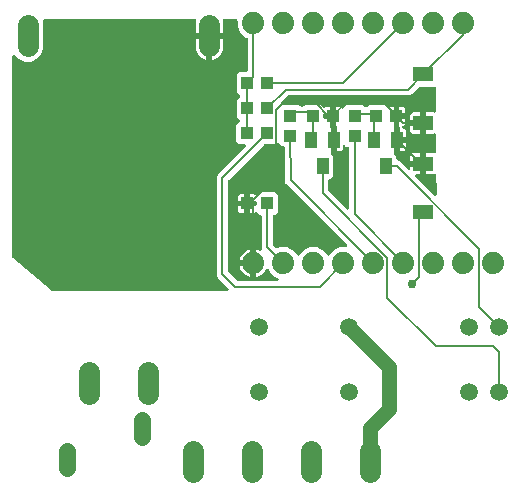
<source format=gbr>
G04 EAGLE Gerber RS-274X export*
G75*
%MOMM*%
%FSLAX34Y34*%
%LPD*%
%INBottom Copper*%
%IPPOS*%
%AMOC8*
5,1,8,0,0,1.08239X$1,22.5*%
G01*
%ADD10C,1.508000*%
%ADD11R,1.000000X1.400000*%
%ADD12R,1.100000X1.000000*%
%ADD13R,1.000000X1.100000*%
%ADD14C,1.879600*%
%ADD15R,1.700000X1.282600*%
%ADD16C,1.790700*%
%ADD17C,1.800000*%
%ADD18C,1.422400*%
%ADD19C,0.152400*%
%ADD20C,0.756400*%
%ADD21C,0.254000*%
%ADD22C,0.152400*%
%ADD23C,1.270000*%

G36*
X199425Y223079D02*
X199425Y223079D01*
X199564Y223092D01*
X199583Y223099D01*
X199603Y223101D01*
X199732Y223152D01*
X199863Y223199D01*
X199880Y223211D01*
X199899Y223218D01*
X200011Y223300D01*
X200126Y223378D01*
X200140Y223393D01*
X200156Y223405D01*
X200244Y223512D01*
X200337Y223616D01*
X200346Y223634D01*
X200359Y223650D01*
X200418Y223776D01*
X200481Y223900D01*
X200486Y223920D01*
X200494Y223938D01*
X200520Y224074D01*
X200551Y224210D01*
X200550Y224230D01*
X200554Y224250D01*
X200545Y224389D01*
X200541Y224528D01*
X200535Y224547D01*
X200534Y224568D01*
X200491Y224700D01*
X200453Y224833D01*
X200442Y224851D01*
X200436Y224870D01*
X200362Y224988D01*
X200291Y225107D01*
X200273Y225128D01*
X200266Y225139D01*
X200251Y225153D01*
X200185Y225228D01*
X191196Y234216D01*
X190462Y235990D01*
X190462Y319592D01*
X191196Y321366D01*
X192733Y322902D01*
X214630Y344799D01*
X214715Y344909D01*
X214804Y345016D01*
X214812Y345034D01*
X214825Y345050D01*
X214880Y345178D01*
X214939Y345304D01*
X214943Y345324D01*
X214951Y345342D01*
X214973Y345480D01*
X214999Y345616D01*
X214998Y345636D01*
X215001Y345656D01*
X214988Y345795D01*
X214979Y345933D01*
X214973Y345953D01*
X214971Y345973D01*
X214924Y346104D01*
X214881Y346236D01*
X214871Y346253D01*
X214864Y346272D01*
X214786Y346387D01*
X214711Y346505D01*
X214696Y346519D01*
X214685Y346535D01*
X214581Y346627D01*
X214480Y346723D01*
X214462Y346732D01*
X214447Y346746D01*
X214323Y346809D01*
X214201Y346876D01*
X214181Y346881D01*
X214163Y346890D01*
X214028Y346921D01*
X213893Y346956D01*
X213865Y346957D01*
X213853Y346960D01*
X213833Y346959D01*
X213732Y346966D01*
X209504Y346966D01*
X207123Y349347D01*
X207123Y363714D01*
X209636Y366228D01*
X209709Y366322D01*
X209788Y366411D01*
X209806Y366447D01*
X209831Y366479D01*
X209878Y366588D01*
X209933Y366694D01*
X209941Y366734D01*
X209957Y366771D01*
X209976Y366889D01*
X210002Y367005D01*
X210001Y367045D01*
X210007Y367085D01*
X209996Y367204D01*
X209993Y367322D01*
X209981Y367361D01*
X209977Y367402D01*
X209937Y367514D01*
X209904Y367628D01*
X209884Y367663D01*
X209870Y367701D01*
X209803Y367800D01*
X209743Y367902D01*
X209703Y367947D01*
X209691Y367964D01*
X209676Y367977D01*
X209636Y368023D01*
X207227Y370432D01*
X207227Y384800D01*
X209717Y387290D01*
X209790Y387384D01*
X209868Y387473D01*
X209887Y387509D01*
X209912Y387541D01*
X209959Y387651D01*
X210013Y387756D01*
X210022Y387796D01*
X210038Y387833D01*
X210057Y387951D01*
X210083Y388067D01*
X210081Y388107D01*
X210088Y388147D01*
X210077Y388266D01*
X210073Y388385D01*
X210062Y388423D01*
X210058Y388464D01*
X210018Y388576D01*
X209985Y388690D01*
X209964Y388725D01*
X209950Y388763D01*
X209883Y388862D01*
X209823Y388964D01*
X209783Y389009D01*
X209772Y389026D01*
X209757Y389040D01*
X209717Y389085D01*
X207229Y391573D01*
X207229Y405940D01*
X209610Y408321D01*
X215361Y408321D01*
X215479Y408336D01*
X215598Y408343D01*
X215636Y408356D01*
X215677Y408361D01*
X215787Y408405D01*
X215901Y408441D01*
X215935Y408463D01*
X215972Y408478D01*
X216069Y408548D01*
X216169Y408612D01*
X216197Y408641D01*
X216230Y408665D01*
X216306Y408756D01*
X216387Y408843D01*
X216407Y408879D01*
X216432Y408910D01*
X216483Y409017D01*
X216541Y409122D01*
X216551Y409161D01*
X216568Y409197D01*
X216590Y409314D01*
X216620Y409430D01*
X216624Y409490D01*
X216628Y409510D01*
X216627Y409530D01*
X216630Y409590D01*
X216630Y436290D01*
X216627Y436320D01*
X216629Y436349D01*
X216607Y436477D01*
X216591Y436606D01*
X216580Y436633D01*
X216575Y436662D01*
X216521Y436781D01*
X216473Y436902D01*
X216456Y436926D01*
X216444Y436952D01*
X216363Y437054D01*
X216334Y437094D01*
X216328Y437104D01*
X216325Y437106D01*
X216287Y437159D01*
X216264Y437178D01*
X216245Y437201D01*
X216142Y437279D01*
X216138Y437282D01*
X216096Y437321D01*
X216079Y437331D01*
X216042Y437362D01*
X216015Y437374D01*
X215991Y437392D01*
X215847Y437463D01*
X213831Y438298D01*
X210044Y442085D01*
X207994Y447033D01*
X207994Y451624D01*
X207979Y451743D01*
X207972Y451862D01*
X207960Y451900D01*
X207955Y451940D01*
X207911Y452051D01*
X207874Y452165D01*
X207852Y452198D01*
X207837Y452235D01*
X207767Y452332D01*
X207703Y452433D01*
X207674Y452460D01*
X207651Y452493D01*
X207558Y452569D01*
X207471Y452651D01*
X207436Y452670D01*
X207406Y452696D01*
X207298Y452746D01*
X207193Y452804D01*
X207154Y452814D01*
X207118Y452831D01*
X207001Y452854D01*
X206885Y452883D01*
X206825Y452887D01*
X206806Y452891D01*
X206785Y452890D01*
X206724Y452893D01*
X196571Y452884D01*
X196410Y452864D01*
X196257Y452845D01*
X196257Y452844D01*
X196256Y452844D01*
X196099Y452782D01*
X195962Y452728D01*
X195961Y452727D01*
X195960Y452727D01*
X195826Y452630D01*
X195704Y452541D01*
X195704Y452540D01*
X195703Y452540D01*
X195601Y452417D01*
X195501Y452296D01*
X195501Y452295D01*
X195500Y452295D01*
X195433Y452151D01*
X195366Y452009D01*
X195365Y452008D01*
X195365Y452007D01*
X195334Y451845D01*
X195306Y451696D01*
X195306Y451695D01*
X195305Y451694D01*
X195316Y451535D01*
X195325Y451379D01*
X195326Y451378D01*
X195326Y451377D01*
X195326Y451375D01*
X195365Y451223D01*
X195541Y450682D01*
X195825Y448888D01*
X195825Y441519D01*
X185554Y441519D01*
X185436Y441504D01*
X185318Y441496D01*
X185279Y441484D01*
X185239Y441479D01*
X185128Y441435D01*
X185015Y441398D01*
X184981Y441377D01*
X184943Y441362D01*
X184847Y441292D01*
X184746Y441228D01*
X184719Y441199D01*
X184686Y441175D01*
X184610Y441083D01*
X184528Y440997D01*
X184509Y440961D01*
X184483Y440930D01*
X184432Y440822D01*
X184375Y440718D01*
X184365Y440679D01*
X184348Y440642D01*
X184325Y440526D01*
X184295Y440410D01*
X184292Y440350D01*
X184288Y440330D01*
X184289Y440310D01*
X184285Y440249D01*
X184285Y438979D01*
X184283Y438979D01*
X184283Y440249D01*
X184268Y440368D01*
X184261Y440486D01*
X184249Y440525D01*
X184244Y440565D01*
X184200Y440676D01*
X184163Y440789D01*
X184141Y440823D01*
X184127Y440861D01*
X184057Y440957D01*
X183993Y441058D01*
X183963Y441085D01*
X183940Y441118D01*
X183848Y441194D01*
X183761Y441276D01*
X183726Y441295D01*
X183695Y441321D01*
X183587Y441372D01*
X183483Y441429D01*
X183444Y441439D01*
X183407Y441456D01*
X183290Y441479D01*
X183175Y441509D01*
X183115Y441512D01*
X183095Y441516D01*
X183074Y441515D01*
X183014Y441519D01*
X172744Y441519D01*
X172744Y448888D01*
X173028Y450682D01*
X173196Y451201D01*
X173222Y451335D01*
X173256Y451513D01*
X173256Y451514D01*
X173249Y451624D01*
X173236Y451830D01*
X173236Y451831D01*
X173181Y452001D01*
X173138Y452133D01*
X173035Y452295D01*
X172967Y452402D01*
X172826Y452534D01*
X172736Y452619D01*
X172735Y452620D01*
X172597Y452696D01*
X172457Y452773D01*
X172293Y452815D01*
X172149Y452852D01*
X171988Y452862D01*
X44349Y452747D01*
X44300Y452741D01*
X44251Y452743D01*
X44143Y452721D01*
X44034Y452707D01*
X43988Y452689D01*
X43940Y452679D01*
X43841Y452631D01*
X43738Y452590D01*
X43698Y452561D01*
X43654Y452539D01*
X43570Y452468D01*
X43481Y452403D01*
X43449Y452365D01*
X43412Y452333D01*
X43349Y452243D01*
X43278Y452158D01*
X43257Y452113D01*
X43229Y452073D01*
X43190Y451970D01*
X43143Y451870D01*
X43134Y451822D01*
X43116Y451776D01*
X43104Y451666D01*
X43083Y451557D01*
X43086Y451508D01*
X43081Y451460D01*
X43096Y451350D01*
X43103Y451240D01*
X43119Y451193D01*
X43125Y451145D01*
X43178Y450992D01*
X43349Y450578D01*
X43349Y427381D01*
X41360Y422579D01*
X37685Y418904D01*
X32883Y416915D01*
X27686Y416915D01*
X22884Y418904D01*
X19566Y422222D01*
X19456Y422307D01*
X19349Y422396D01*
X19331Y422404D01*
X19315Y422417D01*
X19187Y422472D01*
X19061Y422531D01*
X19041Y422535D01*
X19023Y422543D01*
X18885Y422565D01*
X18749Y422591D01*
X18729Y422590D01*
X18709Y422593D01*
X18570Y422580D01*
X18432Y422571D01*
X18412Y422565D01*
X18392Y422563D01*
X18261Y422516D01*
X18129Y422473D01*
X18112Y422462D01*
X18093Y422455D01*
X17978Y422377D01*
X17860Y422303D01*
X17846Y422288D01*
X17830Y422277D01*
X17738Y422172D01*
X17642Y422071D01*
X17633Y422054D01*
X17619Y422038D01*
X17556Y421914D01*
X17489Y421793D01*
X17484Y421773D01*
X17475Y421755D01*
X17444Y421619D01*
X17409Y421485D01*
X17408Y421457D01*
X17405Y421445D01*
X17406Y421424D01*
X17399Y421324D01*
X17399Y251586D01*
X17418Y251439D01*
X17434Y251292D01*
X17438Y251281D01*
X17439Y251270D01*
X17493Y251133D01*
X17546Y250994D01*
X17552Y250985D01*
X17556Y250975D01*
X17643Y250855D01*
X17728Y250734D01*
X17739Y250723D01*
X17743Y250717D01*
X17755Y250708D01*
X17843Y250621D01*
X49707Y223366D01*
X49748Y223339D01*
X49785Y223305D01*
X49881Y223252D01*
X49972Y223191D01*
X50019Y223175D01*
X50063Y223151D01*
X50169Y223124D01*
X50273Y223088D01*
X50323Y223084D01*
X50371Y223072D01*
X50532Y223061D01*
X199287Y223061D01*
X199425Y223079D01*
G37*
G36*
X241669Y231321D02*
X241669Y231321D01*
X241739Y231320D01*
X241826Y231341D01*
X241915Y231352D01*
X241980Y231378D01*
X242048Y231394D01*
X242127Y231436D01*
X242211Y231469D01*
X242267Y231510D01*
X242329Y231543D01*
X242396Y231604D01*
X242468Y231656D01*
X242513Y231710D01*
X242564Y231757D01*
X242614Y231832D01*
X242671Y231901D01*
X242701Y231964D01*
X242739Y232023D01*
X242768Y232108D01*
X242807Y232189D01*
X242820Y232257D01*
X242842Y232324D01*
X242849Y232413D01*
X242866Y232501D01*
X242862Y232571D01*
X242868Y232641D01*
X242852Y232729D01*
X242847Y232819D01*
X242825Y232885D01*
X242813Y232954D01*
X242776Y233036D01*
X242749Y233121D01*
X242711Y233180D01*
X242683Y233244D01*
X242626Y233314D01*
X242578Y233390D01*
X242528Y233438D01*
X242484Y233492D01*
X242412Y233546D01*
X242347Y233608D01*
X242286Y233642D01*
X242230Y233684D01*
X242085Y233754D01*
X239231Y234937D01*
X235444Y238724D01*
X234492Y241023D01*
X234447Y241101D01*
X234412Y241183D01*
X234369Y241238D01*
X234334Y241299D01*
X234272Y241363D01*
X234217Y241434D01*
X234162Y241477D01*
X234113Y241528D01*
X234036Y241574D01*
X233966Y241629D01*
X233901Y241657D01*
X233842Y241694D01*
X233756Y241720D01*
X233674Y241756D01*
X233605Y241767D01*
X233538Y241787D01*
X233448Y241792D01*
X233360Y241806D01*
X233290Y241799D01*
X233220Y241803D01*
X233132Y241784D01*
X233043Y241776D01*
X232977Y241752D01*
X232909Y241738D01*
X232828Y241699D01*
X232744Y241669D01*
X232686Y241629D01*
X232623Y241599D01*
X232555Y241540D01*
X232481Y241490D01*
X232434Y241438D01*
X232381Y241392D01*
X232329Y241319D01*
X232270Y241252D01*
X232206Y241144D01*
X232198Y241132D01*
X232195Y241126D01*
X232188Y241113D01*
X231668Y240093D01*
X230563Y238572D01*
X229235Y237244D01*
X227714Y236139D01*
X226040Y235286D01*
X224253Y234705D01*
X223996Y234665D01*
X223996Y245080D01*
X223981Y245198D01*
X223974Y245317D01*
X223962Y245355D01*
X223956Y245395D01*
X223913Y245506D01*
X223876Y245619D01*
X223854Y245653D01*
X223839Y245691D01*
X223770Y245787D01*
X223706Y245888D01*
X223676Y245916D01*
X223653Y245948D01*
X223561Y246024D01*
X223474Y246106D01*
X223439Y246125D01*
X223408Y246151D01*
X223300Y246202D01*
X223196Y246259D01*
X223156Y246269D01*
X223120Y246287D01*
X223003Y246309D01*
X222888Y246339D01*
X222828Y246343D01*
X222808Y246346D01*
X222787Y246345D01*
X222727Y246349D01*
X221456Y246349D01*
X221456Y246351D01*
X222727Y246351D01*
X222845Y246366D01*
X222964Y246373D01*
X223002Y246386D01*
X223043Y246391D01*
X223153Y246434D01*
X223266Y246471D01*
X223301Y246493D01*
X223338Y246508D01*
X223435Y246578D01*
X223535Y246641D01*
X223563Y246671D01*
X223596Y246695D01*
X223672Y246786D01*
X223753Y246873D01*
X223773Y246908D01*
X223798Y246939D01*
X223849Y247047D01*
X223907Y247151D01*
X223917Y247191D01*
X223934Y247227D01*
X223956Y247344D01*
X223986Y247459D01*
X223990Y247520D01*
X223994Y247540D01*
X223992Y247560D01*
X223996Y247620D01*
X223996Y258035D01*
X224253Y257995D01*
X226040Y257414D01*
X226780Y257037D01*
X226808Y257027D01*
X226834Y257011D01*
X226957Y256973D01*
X227079Y256929D01*
X227109Y256926D01*
X227137Y256918D01*
X227267Y256911D01*
X227396Y256899D01*
X227425Y256904D01*
X227455Y256902D01*
X227582Y256929D01*
X227710Y256949D01*
X227737Y256961D01*
X227767Y256967D01*
X227883Y257024D01*
X228002Y257075D01*
X228025Y257093D01*
X228052Y257106D01*
X228151Y257191D01*
X228253Y257270D01*
X228272Y257293D01*
X228294Y257313D01*
X228369Y257419D01*
X228448Y257521D01*
X228460Y257549D01*
X228477Y257573D01*
X228523Y257694D01*
X228575Y257813D01*
X228580Y257842D01*
X228590Y257870D01*
X228604Y257999D01*
X228625Y258127D01*
X228622Y258157D01*
X228625Y258186D01*
X228607Y258315D01*
X228595Y258444D01*
X228585Y258472D01*
X228581Y258501D01*
X228529Y258654D01*
X228361Y259060D01*
X228361Y286142D01*
X228346Y286261D01*
X228338Y286379D01*
X228326Y286418D01*
X228321Y286458D01*
X228277Y286569D01*
X228240Y286682D01*
X228219Y286716D01*
X228204Y286754D01*
X228134Y286850D01*
X228070Y286950D01*
X228041Y286978D01*
X228017Y287011D01*
X227925Y287087D01*
X227839Y287168D01*
X227803Y287188D01*
X227772Y287214D01*
X227664Y287264D01*
X227560Y287322D01*
X227521Y287332D01*
X227484Y287349D01*
X227367Y287372D01*
X227252Y287401D01*
X227192Y287405D01*
X227172Y287409D01*
X227152Y287408D01*
X227091Y287412D01*
X226504Y287412D01*
X224507Y289408D01*
X224413Y289481D01*
X224324Y289560D01*
X224288Y289578D01*
X224256Y289603D01*
X224147Y289650D01*
X224040Y289705D01*
X224001Y289713D01*
X223964Y289729D01*
X223846Y289748D01*
X223730Y289774D01*
X223690Y289773D01*
X223650Y289779D01*
X223531Y289768D01*
X223412Y289764D01*
X223374Y289753D01*
X223333Y289749D01*
X223221Y289709D01*
X223107Y289676D01*
X223072Y289655D01*
X223034Y289642D01*
X222935Y289575D01*
X222833Y289514D01*
X222788Y289475D01*
X222771Y289463D01*
X222760Y289450D01*
X222168Y289109D01*
X221522Y288936D01*
X218687Y288936D01*
X218687Y294477D01*
X222853Y294477D01*
X222972Y294492D01*
X223090Y294499D01*
X223129Y294512D01*
X223169Y294517D01*
X223280Y294561D01*
X223393Y294597D01*
X223427Y294619D01*
X223465Y294634D01*
X223561Y294704D01*
X223662Y294768D01*
X223689Y294797D01*
X223722Y294821D01*
X223798Y294912D01*
X223879Y294999D01*
X223899Y295035D01*
X223925Y295066D01*
X223976Y295173D01*
X224033Y295278D01*
X224043Y295317D01*
X224060Y295353D01*
X224083Y295470D01*
X224112Y295586D01*
X224116Y295646D01*
X224120Y295666D01*
X224119Y295686D01*
X224123Y295746D01*
X224123Y298206D01*
X224108Y298325D01*
X224100Y298443D01*
X224088Y298482D01*
X224083Y298522D01*
X224039Y298633D01*
X224002Y298746D01*
X223981Y298780D01*
X223966Y298818D01*
X223896Y298914D01*
X223832Y299014D01*
X223803Y299042D01*
X223779Y299075D01*
X223687Y299151D01*
X223601Y299232D01*
X223565Y299252D01*
X223534Y299278D01*
X223426Y299328D01*
X223322Y299386D01*
X223283Y299396D01*
X223246Y299413D01*
X223129Y299436D01*
X223014Y299465D01*
X222954Y299469D01*
X222934Y299473D01*
X222914Y299472D01*
X222853Y299476D01*
X218687Y299476D01*
X218687Y305017D01*
X221522Y305017D01*
X222168Y304844D01*
X222787Y304487D01*
X222806Y304472D01*
X222896Y304393D01*
X222932Y304374D01*
X222964Y304350D01*
X223073Y304302D01*
X223179Y304248D01*
X223218Y304239D01*
X223255Y304223D01*
X223373Y304205D01*
X223489Y304179D01*
X223529Y304180D01*
X223569Y304173D01*
X223688Y304185D01*
X223807Y304188D01*
X223846Y304199D01*
X223886Y304203D01*
X223998Y304244D01*
X224112Y304277D01*
X224147Y304297D01*
X224185Y304311D01*
X224284Y304378D01*
X224386Y304438D01*
X224432Y304478D01*
X224449Y304489D01*
X224462Y304505D01*
X224507Y304545D01*
X226504Y306541D01*
X239871Y306541D01*
X242252Y304160D01*
X242252Y289793D01*
X239871Y287412D01*
X239283Y287412D01*
X239165Y287397D01*
X239046Y287389D01*
X239008Y287377D01*
X238968Y287372D01*
X238857Y287328D01*
X238744Y287291D01*
X238710Y287270D01*
X238672Y287255D01*
X238576Y287185D01*
X238475Y287121D01*
X238448Y287092D01*
X238415Y287068D01*
X238339Y286976D01*
X238257Y286889D01*
X238238Y286854D01*
X238212Y286823D01*
X238161Y286715D01*
X238104Y286611D01*
X238094Y286572D01*
X238076Y286535D01*
X238054Y286418D01*
X238024Y286303D01*
X238021Y286243D01*
X238017Y286223D01*
X238018Y286203D01*
X238014Y286142D01*
X238014Y262545D01*
X238027Y262446D01*
X238030Y262347D01*
X238046Y262289D01*
X238054Y262229D01*
X238090Y262137D01*
X238118Y262042D01*
X238149Y261990D01*
X238171Y261933D01*
X238229Y261853D01*
X238279Y261768D01*
X238346Y261693D01*
X238358Y261676D01*
X238367Y261668D01*
X238386Y261647D01*
X240780Y259253D01*
X240804Y259235D01*
X240823Y259212D01*
X240929Y259138D01*
X241031Y259058D01*
X241059Y259046D01*
X241083Y259029D01*
X241204Y258983D01*
X241323Y258932D01*
X241353Y258927D01*
X241380Y258916D01*
X241509Y258902D01*
X241637Y258882D01*
X241667Y258884D01*
X241696Y258881D01*
X241825Y258899D01*
X241954Y258911D01*
X241982Y258921D01*
X242011Y258926D01*
X242163Y258978D01*
X244179Y259813D01*
X249535Y259813D01*
X254483Y257763D01*
X258270Y253976D01*
X258384Y253700D01*
X258453Y253580D01*
X258518Y253456D01*
X258532Y253441D01*
X258542Y253424D01*
X258638Y253324D01*
X258732Y253221D01*
X258749Y253210D01*
X258763Y253196D01*
X258882Y253123D01*
X258998Y253046D01*
X259017Y253040D01*
X259034Y253029D01*
X259167Y252988D01*
X259299Y252943D01*
X259319Y252942D01*
X259338Y252936D01*
X259477Y252929D01*
X259616Y252918D01*
X259636Y252921D01*
X259656Y252920D01*
X259792Y252949D01*
X259929Y252972D01*
X259948Y252981D01*
X259967Y252985D01*
X260092Y253046D01*
X260219Y253103D01*
X260235Y253116D01*
X260253Y253124D01*
X260359Y253215D01*
X260468Y253302D01*
X260480Y253318D01*
X260495Y253331D01*
X260575Y253444D01*
X260659Y253556D01*
X260671Y253581D01*
X260678Y253591D01*
X260685Y253610D01*
X260730Y253700D01*
X260844Y253976D01*
X264631Y257763D01*
X269579Y259813D01*
X274935Y259813D01*
X279883Y257763D01*
X283670Y253976D01*
X283784Y253700D01*
X283853Y253580D01*
X283918Y253456D01*
X283932Y253441D01*
X283942Y253424D01*
X284038Y253324D01*
X284132Y253221D01*
X284149Y253210D01*
X284163Y253196D01*
X284282Y253123D01*
X284398Y253046D01*
X284417Y253040D01*
X284434Y253029D01*
X284567Y252988D01*
X284699Y252943D01*
X284719Y252942D01*
X284738Y252936D01*
X284877Y252929D01*
X285016Y252918D01*
X285036Y252921D01*
X285056Y252920D01*
X285192Y252949D01*
X285329Y252972D01*
X285348Y252981D01*
X285367Y252985D01*
X285492Y253046D01*
X285619Y253103D01*
X285635Y253116D01*
X285653Y253124D01*
X285759Y253215D01*
X285868Y253302D01*
X285880Y253318D01*
X285895Y253331D01*
X285975Y253444D01*
X286059Y253556D01*
X286071Y253581D01*
X286078Y253591D01*
X286085Y253610D01*
X286130Y253700D01*
X286244Y253976D01*
X290031Y257763D01*
X294979Y259813D01*
X299704Y259813D01*
X299842Y259830D01*
X299980Y259843D01*
X300000Y259850D01*
X300020Y259852D01*
X300149Y259904D01*
X300280Y259951D01*
X300297Y259962D01*
X300315Y259970D01*
X300428Y260051D01*
X300543Y260129D01*
X300556Y260144D01*
X300573Y260156D01*
X300662Y260264D01*
X300753Y260368D01*
X300763Y260386D01*
X300775Y260401D01*
X300835Y260527D01*
X300898Y260651D01*
X300902Y260671D01*
X300911Y260689D01*
X300937Y260825D01*
X300968Y260961D01*
X300967Y260982D01*
X300971Y261001D01*
X300962Y261140D01*
X300958Y261279D01*
X300952Y261299D01*
X300951Y261319D01*
X300908Y261451D01*
X300870Y261585D01*
X300859Y261602D01*
X300853Y261621D01*
X300779Y261739D01*
X300708Y261859D01*
X300689Y261880D01*
X300683Y261890D01*
X300668Y261904D01*
X300602Y261979D01*
X249509Y313072D01*
X249508Y313073D01*
X249507Y313074D01*
X248829Y313750D01*
X248460Y314639D01*
X248460Y314640D01*
X248459Y314641D01*
X248092Y315524D01*
X248092Y316491D01*
X248092Y316492D01*
X248092Y316493D01*
X248046Y344047D01*
X248031Y344165D01*
X248024Y344282D01*
X248011Y344322D01*
X248006Y344363D01*
X247962Y344473D01*
X247926Y344585D01*
X247903Y344620D01*
X247888Y344658D01*
X247819Y344754D01*
X247755Y344853D01*
X247725Y344882D01*
X247701Y344915D01*
X247610Y344991D01*
X247524Y345071D01*
X247488Y345091D01*
X247455Y345118D01*
X247348Y345168D01*
X247245Y345225D01*
X247205Y345235D01*
X247168Y345253D01*
X247051Y345275D01*
X246937Y345304D01*
X246876Y345308D01*
X246855Y345312D01*
X246835Y345311D01*
X246777Y345315D01*
X245672Y345315D01*
X243188Y347798D01*
X243153Y347897D01*
X243141Y347914D01*
X243134Y347932D01*
X243052Y348044D01*
X242974Y348160D01*
X242959Y348173D01*
X242947Y348190D01*
X242840Y348278D01*
X242735Y348370D01*
X242717Y348380D01*
X242702Y348392D01*
X242576Y348452D01*
X242452Y348515D01*
X242432Y348519D01*
X242414Y348528D01*
X242278Y348554D01*
X242142Y348585D01*
X242122Y348584D01*
X242102Y348588D01*
X241963Y348579D01*
X241824Y348575D01*
X241805Y348569D01*
X241784Y348568D01*
X241653Y348525D01*
X241519Y348487D01*
X241501Y348476D01*
X241482Y348470D01*
X241364Y348396D01*
X241245Y348325D01*
X241224Y348306D01*
X241213Y348300D01*
X241199Y348285D01*
X241124Y348219D01*
X239871Y346966D01*
X230974Y346966D01*
X230876Y346953D01*
X230777Y346950D01*
X230719Y346934D01*
X230659Y346926D01*
X230567Y346890D01*
X230472Y346862D01*
X230420Y346831D01*
X230363Y346809D01*
X230283Y346751D01*
X230198Y346700D01*
X230122Y346634D01*
X230106Y346622D01*
X230098Y346613D01*
X230077Y346594D01*
X200487Y317004D01*
X200426Y316926D01*
X200358Y316854D01*
X200329Y316801D01*
X200292Y316753D01*
X200253Y316662D01*
X200205Y316575D01*
X200190Y316517D01*
X200166Y316461D01*
X200150Y316363D01*
X200125Y316267D01*
X200119Y316167D01*
X200116Y316147D01*
X200117Y316135D01*
X200115Y316107D01*
X200115Y239476D01*
X200128Y239377D01*
X200131Y239278D01*
X200147Y239220D01*
X200155Y239160D01*
X200191Y239068D01*
X200219Y238973D01*
X200250Y238921D01*
X200272Y238864D01*
X200330Y238784D01*
X200380Y238699D01*
X200447Y238624D01*
X200459Y238607D01*
X200468Y238599D01*
X200487Y238578D01*
X207381Y231684D01*
X207459Y231624D01*
X207531Y231556D01*
X207584Y231527D01*
X207632Y231489D01*
X207723Y231450D01*
X207810Y231402D01*
X207868Y231387D01*
X207924Y231363D01*
X208022Y231348D01*
X208117Y231323D01*
X208217Y231316D01*
X208238Y231313D01*
X208250Y231314D01*
X208278Y231313D01*
X241600Y231313D01*
X241669Y231321D01*
G37*
G36*
X301562Y291835D02*
X301562Y291835D01*
X301702Y291844D01*
X301719Y291850D01*
X301738Y291852D01*
X301870Y291899D01*
X302004Y291943D01*
X302020Y291953D01*
X302037Y291959D01*
X302153Y292038D01*
X302272Y292114D01*
X302285Y292127D01*
X302300Y292138D01*
X302393Y292243D01*
X302490Y292346D01*
X302498Y292362D01*
X302511Y292376D01*
X302575Y292501D01*
X302642Y292625D01*
X302647Y292643D01*
X302655Y292659D01*
X302686Y292797D01*
X302721Y292933D01*
X302722Y292959D01*
X302725Y292970D01*
X302724Y292989D01*
X302731Y293094D01*
X302583Y343921D01*
X302568Y344038D01*
X302561Y344154D01*
X302548Y344194D01*
X302542Y344237D01*
X302499Y344346D01*
X302463Y344457D01*
X302440Y344493D01*
X302424Y344532D01*
X302355Y344627D01*
X302293Y344726D01*
X302262Y344755D01*
X302237Y344789D01*
X302146Y344863D01*
X302061Y344944D01*
X302024Y344964D01*
X301991Y344991D01*
X301885Y345040D01*
X301782Y345097D01*
X301741Y345108D01*
X301703Y345126D01*
X301588Y345147D01*
X301474Y345176D01*
X301411Y345181D01*
X301391Y345184D01*
X301371Y345183D01*
X301314Y345187D01*
X300196Y345187D01*
X299345Y346038D01*
X299236Y346123D01*
X299128Y346212D01*
X299110Y346220D01*
X299094Y346233D01*
X298966Y346288D01*
X298840Y346347D01*
X298821Y346351D01*
X298802Y346359D01*
X298664Y346381D01*
X298528Y346407D01*
X298508Y346406D01*
X298488Y346409D01*
X298349Y346396D01*
X298211Y346387D01*
X298191Y346381D01*
X298171Y346379D01*
X298040Y346332D01*
X297908Y346289D01*
X297891Y346278D01*
X297872Y346271D01*
X297757Y346193D01*
X297639Y346119D01*
X297626Y346104D01*
X297609Y346093D01*
X297517Y345989D01*
X297421Y345887D01*
X297412Y345870D01*
X297398Y345854D01*
X297335Y345731D01*
X297268Y345609D01*
X297263Y345589D01*
X297254Y345571D01*
X297223Y345435D01*
X297189Y345301D01*
X297187Y345273D01*
X297184Y345261D01*
X297185Y345240D01*
X297178Y345140D01*
X297178Y343482D01*
X297005Y342836D01*
X296671Y342256D01*
X296198Y341783D01*
X295618Y341449D01*
X294972Y341276D01*
X292137Y341276D01*
X292137Y349586D01*
X292122Y349704D01*
X292115Y349823D01*
X292102Y349862D01*
X292097Y349902D01*
X292053Y350013D01*
X292016Y350126D01*
X291995Y350160D01*
X291980Y350197D01*
X291910Y350294D01*
X291846Y350394D01*
X291817Y350422D01*
X291793Y350455D01*
X291701Y350531D01*
X291615Y350612D01*
X291579Y350632D01*
X291548Y350658D01*
X291440Y350708D01*
X291336Y350766D01*
X291297Y350776D01*
X291260Y350793D01*
X291154Y350814D01*
X291183Y350817D01*
X291294Y350861D01*
X291407Y350898D01*
X291441Y350919D01*
X291479Y350934D01*
X291575Y351004D01*
X291676Y351068D01*
X291703Y351097D01*
X291736Y351121D01*
X291812Y351213D01*
X291894Y351300D01*
X291913Y351335D01*
X291939Y351366D01*
X291990Y351474D01*
X292047Y351578D01*
X292057Y351617D01*
X292074Y351654D01*
X292097Y351771D01*
X292127Y351886D01*
X292130Y351946D01*
X292134Y351966D01*
X292133Y351986D01*
X292137Y352047D01*
X292137Y361428D01*
X292122Y361546D01*
X292115Y361665D01*
X292102Y361703D01*
X292097Y361743D01*
X292053Y361854D01*
X292016Y361967D01*
X291995Y362001D01*
X291980Y362039D01*
X291910Y362135D01*
X291846Y362236D01*
X291817Y362263D01*
X291793Y362296D01*
X291701Y362372D01*
X291615Y362454D01*
X291579Y362473D01*
X291548Y362499D01*
X291440Y362550D01*
X291336Y362607D01*
X291297Y362617D01*
X291260Y362635D01*
X291144Y362657D01*
X291109Y362666D01*
X291109Y369507D01*
X291094Y369626D01*
X291086Y369744D01*
X291074Y369783D01*
X291069Y369823D01*
X291025Y369934D01*
X290988Y370047D01*
X290967Y370081D01*
X290952Y370119D01*
X290882Y370215D01*
X290818Y370316D01*
X290789Y370343D01*
X290765Y370376D01*
X290673Y370452D01*
X290586Y370533D01*
X290551Y370553D01*
X290520Y370579D01*
X290412Y370630D01*
X290308Y370687D01*
X290269Y370697D01*
X290232Y370714D01*
X290126Y370735D01*
X290155Y370738D01*
X290266Y370782D01*
X290379Y370819D01*
X290413Y370841D01*
X290451Y370855D01*
X290547Y370925D01*
X290647Y370989D01*
X290675Y371019D01*
X290708Y371042D01*
X290784Y371134D01*
X290865Y371221D01*
X290885Y371256D01*
X290911Y371287D01*
X290961Y371395D01*
X291019Y371499D01*
X291029Y371538D01*
X291046Y371575D01*
X291069Y371692D01*
X291098Y371807D01*
X291102Y371867D01*
X291106Y371887D01*
X291105Y371908D01*
X291109Y371968D01*
X291109Y378778D01*
X293944Y378778D01*
X294590Y378605D01*
X295169Y378271D01*
X295745Y377695D01*
X295747Y377692D01*
X295752Y377689D01*
X295761Y377680D01*
X295828Y377627D01*
X295848Y377611D01*
X295945Y377525D01*
X295972Y377512D01*
X295995Y377493D01*
X296009Y377487D01*
X296012Y377485D01*
X296055Y377466D01*
X296114Y377439D01*
X296229Y377381D01*
X296258Y377374D01*
X296285Y377362D01*
X296303Y377359D01*
X296304Y377358D01*
X296318Y377356D01*
X296413Y377339D01*
X296539Y377311D01*
X296569Y377312D01*
X296598Y377307D01*
X296727Y377317D01*
X296857Y377321D01*
X296886Y377329D01*
X296915Y377331D01*
X297038Y377373D01*
X297162Y377409D01*
X297188Y377424D01*
X297216Y377434D01*
X297325Y377505D01*
X297436Y377571D01*
X297468Y377599D01*
X297483Y377608D01*
X297497Y377624D01*
X297557Y377677D01*
X300196Y380316D01*
X314563Y380316D01*
X315851Y379029D01*
X315945Y378956D01*
X316034Y378877D01*
X316070Y378859D01*
X316102Y378834D01*
X316212Y378786D01*
X316317Y378732D01*
X316357Y378724D01*
X316394Y378707D01*
X316512Y378689D01*
X316628Y378663D01*
X316668Y378664D01*
X316708Y378658D01*
X316827Y378669D01*
X316946Y378672D01*
X316984Y378684D01*
X317025Y378687D01*
X317137Y378728D01*
X317251Y378761D01*
X317286Y378781D01*
X317324Y378795D01*
X317423Y378862D01*
X317525Y378922D01*
X317570Y378962D01*
X317587Y378974D01*
X317601Y378989D01*
X317646Y379029D01*
X318919Y380302D01*
X332287Y380302D01*
X334283Y378306D01*
X334378Y378233D01*
X334467Y378154D01*
X334503Y378136D01*
X334535Y378111D01*
X334644Y378064D01*
X334750Y378009D01*
X334789Y378001D01*
X334826Y377985D01*
X334944Y377966D01*
X335060Y377940D01*
X335101Y377941D01*
X335141Y377935D01*
X335259Y377946D01*
X335378Y377950D01*
X335417Y377961D01*
X335457Y377965D01*
X335570Y378005D01*
X335684Y378038D01*
X335718Y378058D01*
X335756Y378072D01*
X335855Y378139D01*
X335958Y378200D01*
X336003Y378239D01*
X336020Y378251D01*
X336031Y378264D01*
X336622Y378605D01*
X337269Y378778D01*
X340104Y378778D01*
X340104Y371968D01*
X340119Y371850D01*
X340126Y371731D01*
X340139Y371692D01*
X340144Y371652D01*
X340188Y371542D01*
X340224Y371428D01*
X340246Y371394D01*
X340261Y371357D01*
X340331Y371260D01*
X340394Y371160D01*
X340424Y371132D01*
X340448Y371099D01*
X340539Y371023D01*
X340626Y370942D01*
X340661Y370922D01*
X340693Y370896D01*
X340800Y370846D01*
X340904Y370788D01*
X340944Y370778D01*
X340980Y370761D01*
X341087Y370741D01*
X341058Y370737D01*
X340947Y370693D01*
X340834Y370656D01*
X340799Y370635D01*
X340762Y370620D01*
X340666Y370550D01*
X340565Y370486D01*
X340537Y370457D01*
X340505Y370433D01*
X340429Y370341D01*
X340347Y370255D01*
X340328Y370219D01*
X340302Y370188D01*
X340251Y370080D01*
X340194Y369976D01*
X340183Y369937D01*
X340166Y369900D01*
X340144Y369783D01*
X340114Y369668D01*
X340110Y369608D01*
X340106Y369588D01*
X340108Y369568D01*
X340104Y369507D01*
X340104Y361626D01*
X340119Y361508D01*
X340126Y361390D01*
X340139Y361351D01*
X340144Y361311D01*
X340188Y361200D01*
X340224Y361087D01*
X340246Y361053D01*
X340261Y361015D01*
X340331Y360919D01*
X340394Y360818D01*
X340419Y360795D01*
X340419Y352047D01*
X340434Y351928D01*
X340442Y351810D01*
X340454Y351771D01*
X340459Y351731D01*
X340503Y351620D01*
X340540Y351507D01*
X340561Y351473D01*
X340576Y351435D01*
X340646Y351339D01*
X340710Y351239D01*
X340739Y351211D01*
X340763Y351178D01*
X340855Y351102D01*
X340941Y351021D01*
X340977Y351001D01*
X341008Y350975D01*
X341116Y350925D01*
X341220Y350867D01*
X341259Y350857D01*
X341296Y350840D01*
X341402Y350819D01*
X341373Y350816D01*
X341262Y350772D01*
X341149Y350735D01*
X341115Y350713D01*
X341077Y350699D01*
X340981Y350629D01*
X340880Y350565D01*
X340853Y350536D01*
X340820Y350512D01*
X340744Y350420D01*
X340662Y350333D01*
X340643Y350298D01*
X340617Y350267D01*
X340566Y350159D01*
X340509Y350055D01*
X340499Y350016D01*
X340482Y349979D01*
X340459Y349862D01*
X340429Y349747D01*
X340426Y349687D01*
X340422Y349667D01*
X340423Y349646D01*
X340419Y349586D01*
X340419Y340090D01*
X340432Y339992D01*
X340435Y339893D01*
X340451Y339834D01*
X340459Y339774D01*
X340496Y339682D01*
X340523Y339587D01*
X340554Y339535D01*
X340576Y339479D01*
X340634Y339399D01*
X340685Y339313D01*
X340751Y339238D01*
X340763Y339221D01*
X340772Y339214D01*
X340791Y339192D01*
X342483Y337500D01*
X342483Y334803D01*
X342500Y334667D01*
X342513Y334531D01*
X342520Y334510D01*
X342523Y334488D01*
X342573Y334361D01*
X342619Y334231D01*
X342632Y334213D01*
X342640Y334192D01*
X342720Y334081D01*
X342797Y333968D01*
X342814Y333953D01*
X342827Y333935D01*
X342933Y333847D01*
X343035Y333756D01*
X343055Y333746D01*
X343072Y333732D01*
X343196Y333674D01*
X343317Y333611D01*
X343339Y333606D01*
X343360Y333596D01*
X343494Y333571D01*
X343627Y333540D01*
X343639Y333540D01*
X343666Y333533D01*
X344543Y333170D01*
X344554Y333167D01*
X344576Y333156D01*
X345460Y332819D01*
X346128Y332151D01*
X346136Y332144D01*
X346153Y332126D01*
X346842Y331476D01*
X346877Y331417D01*
X346884Y331408D01*
X346887Y331403D01*
X346896Y331394D01*
X346983Y331296D01*
X352261Y326018D01*
X352371Y325933D01*
X352478Y325844D01*
X352496Y325836D01*
X352512Y325823D01*
X352640Y325768D01*
X352765Y325709D01*
X352785Y325705D01*
X352804Y325697D01*
X352942Y325675D01*
X353078Y325649D01*
X353098Y325650D01*
X353118Y325647D01*
X353257Y325660D01*
X353395Y325669D01*
X353414Y325675D01*
X353435Y325677D01*
X353566Y325724D01*
X353698Y325767D01*
X353715Y325778D01*
X353734Y325784D01*
X353849Y325863D01*
X353966Y325937D01*
X353980Y325952D01*
X353997Y325963D01*
X354089Y326067D01*
X354184Y326169D01*
X354194Y326186D01*
X354207Y326202D01*
X354271Y326325D01*
X354338Y326447D01*
X354343Y326467D01*
X354352Y326485D01*
X354383Y326621D01*
X354417Y326755D01*
X354419Y326783D01*
X354422Y326795D01*
X354421Y326816D01*
X354427Y326916D01*
X354427Y328227D01*
X362929Y328227D01*
X362929Y321812D01*
X359531Y321812D01*
X359393Y321795D01*
X359255Y321782D01*
X359235Y321775D01*
X359215Y321772D01*
X359086Y321721D01*
X358955Y321674D01*
X358939Y321663D01*
X358920Y321655D01*
X358807Y321574D01*
X358692Y321496D01*
X358679Y321480D01*
X358662Y321468D01*
X358574Y321361D01*
X358482Y321257D01*
X358473Y321239D01*
X358460Y321224D01*
X358400Y321098D01*
X358337Y320974D01*
X358333Y320954D01*
X358324Y320936D01*
X358298Y320800D01*
X358267Y320664D01*
X358268Y320643D01*
X358264Y320623D01*
X358273Y320485D01*
X358277Y320346D01*
X358283Y320326D01*
X358284Y320306D01*
X358327Y320174D01*
X358366Y320040D01*
X358376Y320023D01*
X358382Y320004D01*
X358456Y319886D01*
X358527Y319766D01*
X358546Y319745D01*
X358552Y319735D01*
X358567Y319721D01*
X358633Y319645D01*
X374326Y303953D01*
X374436Y303868D01*
X374543Y303779D01*
X374561Y303771D01*
X374577Y303758D01*
X374705Y303703D01*
X374831Y303644D01*
X374850Y303640D01*
X374869Y303632D01*
X375007Y303610D01*
X375143Y303584D01*
X375163Y303585D01*
X375183Y303582D01*
X375322Y303595D01*
X375460Y303604D01*
X375479Y303610D01*
X375500Y303612D01*
X375631Y303659D01*
X375763Y303702D01*
X375780Y303712D01*
X375799Y303719D01*
X375914Y303797D01*
X376032Y303872D01*
X376045Y303887D01*
X376062Y303898D01*
X376154Y304002D01*
X376249Y304103D01*
X376259Y304121D01*
X376273Y304136D01*
X376336Y304260D01*
X376403Y304382D01*
X376408Y304401D01*
X376417Y304420D01*
X376448Y304555D01*
X376482Y304690D01*
X376484Y304718D01*
X376487Y304730D01*
X376486Y304750D01*
X376493Y304851D01*
X376493Y308145D01*
X376492Y308146D01*
X376493Y308148D01*
X376458Y320739D01*
X376442Y320862D01*
X376433Y320986D01*
X376422Y321019D01*
X376417Y321054D01*
X376371Y321170D01*
X376332Y321287D01*
X376312Y321317D01*
X376299Y321350D01*
X376226Y321450D01*
X376159Y321554D01*
X376133Y321578D01*
X376112Y321607D01*
X376016Y321686D01*
X375925Y321769D01*
X375894Y321786D01*
X375866Y321809D01*
X375754Y321861D01*
X375645Y321920D01*
X375610Y321929D01*
X375578Y321944D01*
X375456Y321967D01*
X375336Y321996D01*
X375300Y321996D01*
X375266Y322002D01*
X375142Y321994D01*
X375018Y321993D01*
X374967Y321983D01*
X374948Y321982D01*
X374928Y321975D01*
X374860Y321962D01*
X374303Y321812D01*
X368007Y321812D01*
X368007Y329496D01*
X367992Y329614D01*
X367985Y329733D01*
X367973Y329771D01*
X367968Y329811D01*
X367924Y329922D01*
X367887Y330035D01*
X367865Y330069D01*
X367850Y330107D01*
X367781Y330203D01*
X367717Y330304D01*
X367687Y330332D01*
X367664Y330364D01*
X367572Y330440D01*
X367485Y330522D01*
X367450Y330541D01*
X367419Y330567D01*
X367311Y330618D01*
X367207Y330675D01*
X367168Y330686D01*
X367131Y330703D01*
X367014Y330725D01*
X366899Y330755D01*
X366839Y330759D01*
X366819Y330763D01*
X366798Y330761D01*
X366738Y330765D01*
X365467Y330765D01*
X365467Y330767D01*
X366738Y330767D01*
X366856Y330782D01*
X366975Y330789D01*
X367013Y330802D01*
X367054Y330807D01*
X367164Y330850D01*
X367278Y330887D01*
X367312Y330909D01*
X367349Y330924D01*
X367446Y330994D01*
X367546Y331057D01*
X367574Y331087D01*
X367607Y331111D01*
X367683Y331202D01*
X367764Y331289D01*
X367784Y331324D01*
X367809Y331355D01*
X367860Y331463D01*
X367918Y331567D01*
X367928Y331607D01*
X367945Y331643D01*
X367967Y331760D01*
X367997Y331875D01*
X368001Y331936D01*
X368005Y331956D01*
X368004Y331976D01*
X368007Y332036D01*
X368007Y339720D01*
X374303Y339720D01*
X374804Y339585D01*
X374931Y339568D01*
X375056Y339544D01*
X375088Y339546D01*
X375119Y339542D01*
X375246Y339557D01*
X375373Y339565D01*
X375404Y339575D01*
X375435Y339579D01*
X375555Y339624D01*
X375675Y339664D01*
X375702Y339681D01*
X375732Y339692D01*
X375836Y339766D01*
X375944Y339835D01*
X375966Y339858D01*
X375992Y339877D01*
X376074Y339974D01*
X376161Y340067D01*
X376176Y340095D01*
X376197Y340119D01*
X376252Y340234D01*
X376314Y340346D01*
X376322Y340377D01*
X376336Y340406D01*
X376361Y340531D01*
X376392Y340654D01*
X376395Y340700D01*
X376399Y340717D01*
X376398Y340739D01*
X376402Y340815D01*
X376363Y355032D01*
X376347Y355155D01*
X376338Y355278D01*
X376327Y355312D01*
X376322Y355347D01*
X376276Y355462D01*
X376237Y355580D01*
X376217Y355610D01*
X376204Y355643D01*
X376131Y355743D01*
X376064Y355847D01*
X376037Y355871D01*
X376017Y355899D01*
X375921Y355978D01*
X375830Y356062D01*
X375798Y356079D01*
X375771Y356102D01*
X375659Y356154D01*
X375550Y356213D01*
X375515Y356221D01*
X375483Y356236D01*
X375361Y356259D01*
X375241Y356289D01*
X375205Y356289D01*
X375170Y356295D01*
X375047Y356287D01*
X374923Y356286D01*
X374872Y356276D01*
X374853Y356275D01*
X374833Y356268D01*
X374765Y356254D01*
X374303Y356130D01*
X368007Y356130D01*
X368007Y363814D01*
X367992Y363932D01*
X367985Y364051D01*
X367973Y364089D01*
X367968Y364130D01*
X367924Y364240D01*
X367887Y364353D01*
X367865Y364388D01*
X367850Y364425D01*
X367781Y364521D01*
X367717Y364622D01*
X367687Y364650D01*
X367664Y364683D01*
X367572Y364759D01*
X367485Y364840D01*
X367450Y364860D01*
X367419Y364885D01*
X367311Y364936D01*
X367207Y364994D01*
X367168Y365004D01*
X367131Y365021D01*
X367014Y365043D01*
X366899Y365073D01*
X366839Y365077D01*
X366819Y365081D01*
X366798Y365079D01*
X366738Y365083D01*
X365467Y365083D01*
X365467Y365085D01*
X366738Y365085D01*
X366856Y365100D01*
X366975Y365107D01*
X367013Y365120D01*
X367054Y365125D01*
X367164Y365169D01*
X367278Y365205D01*
X367312Y365227D01*
X367349Y365242D01*
X367446Y365312D01*
X367546Y365375D01*
X367574Y365405D01*
X367607Y365429D01*
X367683Y365520D01*
X367764Y365607D01*
X367784Y365643D01*
X367809Y365674D01*
X367860Y365781D01*
X367918Y365886D01*
X367928Y365925D01*
X367945Y365961D01*
X367967Y366078D01*
X367997Y366194D01*
X368001Y366254D01*
X368005Y366274D01*
X368004Y366294D01*
X368007Y366354D01*
X368007Y374038D01*
X374303Y374038D01*
X374709Y373929D01*
X374836Y373912D01*
X374961Y373888D01*
X374992Y373890D01*
X375024Y373886D01*
X375151Y373900D01*
X375278Y373909D01*
X375308Y373919D01*
X375340Y373922D01*
X375459Y373968D01*
X375580Y374008D01*
X375607Y374025D01*
X375637Y374036D01*
X375741Y374110D01*
X375849Y374178D01*
X375870Y374202D01*
X375896Y374220D01*
X375979Y374318D01*
X376066Y374411D01*
X376081Y374439D01*
X376102Y374463D01*
X376157Y374578D01*
X376219Y374690D01*
X376226Y374721D01*
X376240Y374749D01*
X376266Y374874D01*
X376297Y374998D01*
X376300Y375044D01*
X376303Y375061D01*
X376302Y375083D01*
X376307Y375158D01*
X376253Y394453D01*
X376238Y394569D01*
X376231Y394686D01*
X376218Y394726D01*
X376213Y394768D01*
X376169Y394877D01*
X376133Y394989D01*
X376111Y395024D01*
X376095Y395063D01*
X376026Y395158D01*
X375963Y395257D01*
X375932Y395286D01*
X375907Y395320D01*
X375817Y395395D01*
X375731Y395475D01*
X375694Y395496D01*
X375662Y395522D01*
X375556Y395572D01*
X375453Y395629D01*
X375412Y395639D01*
X375374Y395657D01*
X375258Y395679D01*
X375145Y395708D01*
X375082Y395712D01*
X375061Y395716D01*
X375041Y395715D01*
X374984Y395718D01*
X362342Y395718D01*
X362244Y395706D01*
X362145Y395703D01*
X362087Y395686D01*
X362027Y395679D01*
X361935Y395642D01*
X361840Y395615D01*
X361787Y395584D01*
X361731Y395562D01*
X361651Y395503D01*
X361566Y395453D01*
X361490Y395387D01*
X361474Y395375D01*
X361466Y395365D01*
X361445Y395347D01*
X355429Y389331D01*
X353655Y388596D01*
X251623Y388596D01*
X251525Y388584D01*
X251426Y388581D01*
X251368Y388564D01*
X251307Y388556D01*
X251215Y388520D01*
X251120Y388492D01*
X251068Y388461D01*
X251012Y388439D01*
X250932Y388381D01*
X250846Y388331D01*
X250771Y388264D01*
X250754Y388252D01*
X250747Y388243D01*
X250725Y388224D01*
X245112Y382611D01*
X245027Y382501D01*
X244938Y382394D01*
X244930Y382376D01*
X244917Y382360D01*
X244862Y382231D01*
X244803Y382106D01*
X244799Y382086D01*
X244791Y382068D01*
X244769Y381930D01*
X244743Y381794D01*
X244744Y381774D01*
X244741Y381754D01*
X244754Y381615D01*
X244763Y381476D01*
X244769Y381457D01*
X244771Y381437D01*
X244818Y381306D01*
X244861Y381174D01*
X244871Y381157D01*
X244878Y381138D01*
X244956Y381023D01*
X245031Y380905D01*
X245046Y380891D01*
X245057Y380875D01*
X245161Y380783D01*
X245262Y380687D01*
X245280Y380678D01*
X245295Y380664D01*
X245419Y380601D01*
X245541Y380534D01*
X245561Y380529D01*
X245579Y380519D01*
X245714Y380489D01*
X245849Y380454D01*
X245877Y380453D01*
X245889Y380450D01*
X245909Y380450D01*
X246010Y380444D01*
X260039Y380444D01*
X261143Y379340D01*
X261221Y379280D01*
X261293Y379212D01*
X261346Y379183D01*
X261394Y379146D01*
X261485Y379106D01*
X261571Y379058D01*
X261630Y379043D01*
X261686Y379019D01*
X261784Y379004D01*
X261879Y378979D01*
X261979Y378973D01*
X262000Y378969D01*
X262012Y378971D01*
X262040Y378969D01*
X263066Y378969D01*
X263164Y378981D01*
X263264Y378984D01*
X263322Y379001D01*
X263382Y379009D01*
X263474Y379045D01*
X263569Y379073D01*
X263621Y379103D01*
X263678Y379126D01*
X263758Y379184D01*
X263843Y379234D01*
X263918Y379300D01*
X263935Y379312D01*
X263943Y379322D01*
X263964Y379340D01*
X264926Y380302D01*
X278293Y380302D01*
X280289Y378306D01*
X280384Y378233D01*
X280473Y378154D01*
X280509Y378136D01*
X280541Y378111D01*
X280650Y378064D01*
X280756Y378009D01*
X280796Y378001D01*
X280833Y377985D01*
X280950Y377966D01*
X281067Y377940D01*
X281107Y377941D01*
X281147Y377935D01*
X281266Y377946D01*
X281384Y377950D01*
X281423Y377961D01*
X281463Y377965D01*
X281576Y378005D01*
X281690Y378038D01*
X281725Y378058D01*
X281763Y378072D01*
X281861Y378139D01*
X281964Y378200D01*
X282009Y378239D01*
X282026Y378251D01*
X282037Y378264D01*
X282629Y378605D01*
X283275Y378778D01*
X286110Y378778D01*
X286110Y373237D01*
X281943Y373237D01*
X281825Y373222D01*
X281706Y373215D01*
X281668Y373202D01*
X281628Y373197D01*
X281517Y373153D01*
X281404Y373117D01*
X281370Y373095D01*
X281332Y373080D01*
X281236Y373010D01*
X281135Y372946D01*
X281107Y372917D01*
X281075Y372893D01*
X280999Y372801D01*
X280917Y372715D01*
X280898Y372679D01*
X280872Y372648D01*
X280821Y372541D01*
X280764Y372436D01*
X280754Y372397D01*
X280736Y372360D01*
X280714Y372244D01*
X280684Y372128D01*
X280680Y372068D01*
X280677Y372048D01*
X280678Y372028D01*
X280674Y371968D01*
X280674Y369508D01*
X280689Y369389D01*
X280696Y369271D01*
X280709Y369232D01*
X280714Y369192D01*
X280758Y369081D01*
X280794Y368968D01*
X280816Y368934D01*
X280831Y368896D01*
X280901Y368800D01*
X280965Y368699D01*
X280994Y368672D01*
X281018Y368639D01*
X281110Y368563D01*
X281196Y368482D01*
X281232Y368462D01*
X281263Y368436D01*
X281370Y368385D01*
X281475Y368328D01*
X281514Y368318D01*
X281550Y368301D01*
X281667Y368278D01*
X281783Y368249D01*
X281843Y368245D01*
X281863Y368241D01*
X281883Y368242D01*
X281943Y368238D01*
X286110Y368238D01*
X286110Y361626D01*
X286125Y361508D01*
X286132Y361390D01*
X286145Y361351D01*
X286150Y361311D01*
X286194Y361200D01*
X286230Y361087D01*
X286252Y361053D01*
X286267Y361015D01*
X286337Y360919D01*
X286401Y360818D01*
X286430Y360791D01*
X286454Y360758D01*
X286545Y360682D01*
X286632Y360600D01*
X286668Y360581D01*
X286699Y360555D01*
X286806Y360504D01*
X286911Y360447D01*
X286950Y360437D01*
X286986Y360420D01*
X287103Y360397D01*
X287138Y360388D01*
X287138Y352047D01*
X287153Y351928D01*
X287161Y351810D01*
X287173Y351771D01*
X287178Y351731D01*
X287222Y351620D01*
X287259Y351507D01*
X287280Y351473D01*
X287295Y351435D01*
X287365Y351339D01*
X287429Y351239D01*
X287458Y351211D01*
X287482Y351178D01*
X287574Y351102D01*
X287660Y351021D01*
X287696Y351001D01*
X287727Y350975D01*
X287835Y350925D01*
X287939Y350867D01*
X287978Y350857D01*
X288015Y350840D01*
X288121Y350819D01*
X288092Y350816D01*
X287981Y350772D01*
X287868Y350735D01*
X287834Y350713D01*
X287796Y350699D01*
X287700Y350629D01*
X287599Y350565D01*
X287572Y350536D01*
X287539Y350512D01*
X287463Y350420D01*
X287381Y350333D01*
X287362Y350298D01*
X287336Y350267D01*
X287285Y350159D01*
X287228Y350055D01*
X287218Y350016D01*
X287201Y349979D01*
X287178Y349862D01*
X287148Y349747D01*
X287145Y349687D01*
X287141Y349667D01*
X287142Y349646D01*
X287138Y349586D01*
X287138Y340090D01*
X287151Y339992D01*
X287154Y339893D01*
X287171Y339834D01*
X287178Y339774D01*
X287215Y339682D01*
X287242Y339587D01*
X287273Y339535D01*
X287295Y339479D01*
X287353Y339399D01*
X287404Y339313D01*
X287470Y339238D01*
X287482Y339221D01*
X287491Y339214D01*
X287510Y339192D01*
X289202Y337500D01*
X289202Y320133D01*
X286821Y317752D01*
X286234Y317752D01*
X286115Y317737D01*
X285997Y317729D01*
X285958Y317717D01*
X285918Y317712D01*
X285807Y317668D01*
X285694Y317631D01*
X285660Y317610D01*
X285622Y317595D01*
X285526Y317525D01*
X285425Y317461D01*
X285398Y317432D01*
X285365Y317408D01*
X285289Y317316D01*
X285207Y317230D01*
X285188Y317194D01*
X285162Y317163D01*
X285111Y317055D01*
X285054Y316951D01*
X285044Y316912D01*
X285027Y316875D01*
X285004Y316759D01*
X284975Y316643D01*
X284971Y316583D01*
X284967Y316563D01*
X284968Y316543D01*
X284964Y316482D01*
X284964Y308318D01*
X284977Y308220D01*
X284980Y308121D01*
X284997Y308063D01*
X285004Y308003D01*
X285041Y307911D01*
X285068Y307816D01*
X285099Y307763D01*
X285121Y307707D01*
X285179Y307627D01*
X285230Y307542D01*
X285296Y307466D01*
X285308Y307450D01*
X285317Y307442D01*
X285336Y307421D01*
X300564Y292193D01*
X300675Y292106D01*
X300784Y292017D01*
X300801Y292009D01*
X300815Y291998D01*
X300945Y291942D01*
X301072Y291882D01*
X301090Y291879D01*
X301107Y291872D01*
X301246Y291849D01*
X301385Y291823D01*
X301403Y291825D01*
X301421Y291822D01*
X301562Y291835D01*
G37*
%LPC*%
G36*
X186824Y436440D02*
X186824Y436440D01*
X195825Y436440D01*
X195825Y429071D01*
X195541Y427277D01*
X194980Y425549D01*
X194155Y423931D01*
X193087Y422461D01*
X191803Y421177D01*
X190333Y420109D01*
X188714Y419284D01*
X186987Y418723D01*
X186824Y418697D01*
X186824Y436440D01*
G37*
%LPD*%
%LPC*%
G36*
X181582Y418723D02*
X181582Y418723D01*
X179854Y419284D01*
X178236Y420109D01*
X176766Y421177D01*
X175481Y422461D01*
X174414Y423931D01*
X173589Y425549D01*
X173028Y427277D01*
X172744Y429071D01*
X172744Y436440D01*
X181745Y436440D01*
X181745Y418697D01*
X181582Y418723D01*
G37*
%LPD*%
%LPC*%
G36*
X345418Y353316D02*
X345418Y353316D01*
X345418Y361428D01*
X345403Y361546D01*
X345395Y361665D01*
X345383Y361703D01*
X345378Y361743D01*
X345334Y361854D01*
X345297Y361967D01*
X345276Y362001D01*
X345261Y362039D01*
X345191Y362135D01*
X345127Y362236D01*
X345102Y362259D01*
X345102Y368238D01*
X350144Y368238D01*
X350144Y364903D01*
X349971Y364257D01*
X349636Y363678D01*
X349163Y363204D01*
X348584Y362870D01*
X348305Y362795D01*
X348170Y362740D01*
X348034Y362688D01*
X348023Y362680D01*
X348010Y362675D01*
X347893Y362588D01*
X347775Y362504D01*
X347766Y362494D01*
X347755Y362486D01*
X347663Y362372D01*
X347569Y362261D01*
X347563Y362249D01*
X347555Y362239D01*
X347494Y362106D01*
X347431Y361975D01*
X347428Y361962D01*
X347422Y361949D01*
X347397Y361806D01*
X347368Y361663D01*
X347368Y361650D01*
X347366Y361636D01*
X347376Y361491D01*
X347384Y361346D01*
X347388Y361333D01*
X347389Y361319D01*
X347435Y361181D01*
X347479Y361042D01*
X347486Y361031D01*
X347490Y361018D01*
X347569Y360896D01*
X347646Y360772D01*
X347656Y360762D01*
X347663Y360751D01*
X347770Y360652D01*
X347875Y360551D01*
X347887Y360545D01*
X347897Y360535D01*
X348025Y360467D01*
X348152Y360395D01*
X348170Y360389D01*
X348177Y360385D01*
X348194Y360381D01*
X348305Y360343D01*
X348899Y360184D01*
X349479Y359850D01*
X349952Y359376D01*
X350286Y358797D01*
X350459Y358151D01*
X350459Y353316D01*
X345418Y353316D01*
G37*
%LPD*%
%LPC*%
G36*
X209772Y248889D02*
X209772Y248889D01*
X209812Y249146D01*
X210393Y250933D01*
X211246Y252607D01*
X212351Y254127D01*
X213680Y255456D01*
X215200Y256561D01*
X216874Y257414D01*
X218661Y257995D01*
X218918Y258035D01*
X218918Y248889D01*
X209772Y248889D01*
G37*
%LPD*%
%LPC*%
G36*
X218661Y234705D02*
X218661Y234705D01*
X216874Y235286D01*
X215200Y236139D01*
X213680Y237244D01*
X212351Y238572D01*
X211246Y240093D01*
X210393Y241767D01*
X209812Y243554D01*
X209772Y243811D01*
X218918Y243811D01*
X218918Y234665D01*
X218661Y234705D01*
G37*
%LPD*%
%LPC*%
G36*
X354427Y367623D02*
X354427Y367623D01*
X354427Y371832D01*
X354601Y372478D01*
X354935Y373057D01*
X355408Y373530D01*
X355987Y373865D01*
X356634Y374038D01*
X362929Y374038D01*
X362929Y367623D01*
X354427Y367623D01*
G37*
%LPD*%
%LPC*%
G36*
X354427Y333305D02*
X354427Y333305D01*
X354427Y337513D01*
X354601Y338160D01*
X354935Y338739D01*
X355408Y339212D01*
X355987Y339546D01*
X356634Y339720D01*
X362929Y339720D01*
X362929Y333305D01*
X354427Y333305D01*
G37*
%LPD*%
%LPC*%
G36*
X356634Y356130D02*
X356634Y356130D01*
X355987Y356304D01*
X355408Y356638D01*
X354935Y357111D01*
X354601Y357690D01*
X354427Y358337D01*
X354427Y362545D01*
X362929Y362545D01*
X362929Y356130D01*
X356634Y356130D01*
G37*
%LPD*%
%LPC*%
G36*
X345418Y341276D02*
X345418Y341276D01*
X345418Y348317D01*
X350459Y348317D01*
X350459Y343482D01*
X350286Y342836D01*
X349952Y342256D01*
X349479Y341783D01*
X348899Y341449D01*
X348253Y341276D01*
X345418Y341276D01*
G37*
%LPD*%
%LPC*%
G36*
X345102Y373237D02*
X345102Y373237D01*
X345102Y378778D01*
X347938Y378778D01*
X348584Y378605D01*
X349163Y378271D01*
X349636Y377798D01*
X349971Y377218D01*
X350144Y376572D01*
X350144Y373237D01*
X345102Y373237D01*
G37*
%LPD*%
%LPC*%
G36*
X208647Y299476D02*
X208647Y299476D01*
X208647Y302811D01*
X208820Y303457D01*
X209154Y304036D01*
X209627Y304509D01*
X210207Y304844D01*
X210853Y305017D01*
X213688Y305017D01*
X213688Y299476D01*
X208647Y299476D01*
G37*
%LPD*%
%LPC*%
G36*
X210853Y288936D02*
X210853Y288936D01*
X210207Y289109D01*
X209627Y289443D01*
X209154Y289916D01*
X208820Y290496D01*
X208647Y291142D01*
X208647Y294477D01*
X213688Y294477D01*
X213688Y288936D01*
X210853Y288936D01*
G37*
%LPD*%
D10*
X226060Y137154D03*
X302260Y137154D03*
X403860Y137154D03*
X429260Y137154D03*
D11*
X280138Y328816D03*
X289638Y350816D03*
X270638Y350816D03*
D12*
X252855Y354379D03*
X252855Y371379D03*
D13*
X233187Y356531D03*
X216187Y356531D03*
X233294Y398756D03*
X216294Y398756D03*
X233291Y377616D03*
X216291Y377616D03*
X233187Y296976D03*
X216187Y296976D03*
D10*
X226060Y192691D03*
X302260Y192691D03*
X403860Y192691D03*
X429260Y192691D03*
D11*
X333419Y328816D03*
X342919Y350816D03*
X323919Y350816D03*
D12*
X307380Y354251D03*
X307380Y371251D03*
D14*
X221457Y449711D03*
X246857Y449711D03*
X272257Y449711D03*
X297657Y449711D03*
X323057Y449711D03*
X348457Y449711D03*
X373857Y449711D03*
X399257Y449711D03*
D15*
X365468Y406196D03*
X365468Y365084D03*
D13*
X342603Y370738D03*
X325603Y370738D03*
X288609Y370738D03*
X271609Y370738D03*
D15*
X365468Y289654D03*
X365468Y330766D03*
D14*
X221457Y246350D03*
X246857Y246350D03*
X272257Y246350D03*
X297657Y246350D03*
X323057Y246350D03*
X348457Y246350D03*
X373857Y246350D03*
X399257Y246350D03*
X424657Y246350D03*
D16*
X170033Y87813D02*
X170033Y69906D01*
X220033Y69906D02*
X220033Y87813D01*
X270033Y87813D02*
X270033Y69906D01*
X320033Y69906D02*
X320033Y87813D01*
D17*
X132284Y135980D02*
X132284Y153980D01*
X82284Y153980D02*
X82284Y135980D01*
X184284Y429980D02*
X184284Y447980D01*
X30284Y447980D02*
X30284Y429980D01*
D18*
X126844Y113674D02*
X126844Y99450D01*
X64003Y87450D02*
X64003Y73226D01*
D19*
X342603Y370738D02*
X342919Y371036D01*
X342919Y350816D01*
X221457Y292640D02*
X221442Y292777D01*
X221423Y292913D01*
X221400Y293049D01*
X221373Y293184D01*
X221342Y293319D01*
X221307Y293452D01*
X221269Y293584D01*
X221227Y293716D01*
X221181Y293846D01*
X221131Y293974D01*
X221078Y294101D01*
X221021Y294227D01*
X220961Y294351D01*
X220897Y294473D01*
X220829Y294593D01*
X220759Y294711D01*
X220684Y294827D01*
X220607Y294941D01*
X220526Y295053D01*
X220442Y295163D01*
X220356Y295270D01*
X220266Y295374D01*
X220173Y295476D01*
X220077Y295575D01*
X219978Y295671D01*
X219877Y295765D01*
X219773Y295855D01*
X219667Y295943D01*
X219558Y296028D01*
X219447Y296109D01*
X219333Y296187D01*
X219217Y296262D01*
X219100Y296333D01*
X218980Y296402D01*
X218858Y296466D01*
X218735Y296527D01*
X218609Y296585D01*
X218483Y296639D01*
X218354Y296690D01*
X218225Y296736D01*
X218094Y296779D01*
X217962Y296818D01*
X217828Y296854D01*
X217694Y296886D01*
X217559Y296913D01*
X217424Y296937D01*
X217287Y296957D01*
X217150Y296973D01*
X217013Y296986D01*
X216875Y296994D01*
X216738Y296998D01*
X216600Y296999D01*
X216462Y296995D01*
X216324Y296988D01*
X216187Y296976D01*
X221457Y292640D02*
X221457Y246350D01*
X288609Y351845D02*
X288609Y370738D01*
X288609Y351845D02*
X289638Y350816D01*
X288798Y371094D02*
X300228Y382524D01*
X331470Y382524D01*
X342138Y371856D01*
X288798Y371094D02*
X288609Y370738D01*
X342138Y371856D02*
X342603Y370738D01*
X288036Y371094D02*
X284988Y371094D01*
X274320Y381762D01*
X246126Y381762D01*
X240792Y376428D01*
X240792Y319278D01*
X218694Y297180D01*
X288036Y371094D02*
X288609Y370738D01*
X218694Y297180D02*
X216187Y296976D01*
D20*
X182151Y387949D03*
D21*
X182151Y436846D01*
X184284Y438980D01*
D19*
X348257Y365084D02*
X365468Y365084D01*
X348257Y365084D02*
X342603Y370738D01*
X362969Y330766D02*
X365468Y330766D01*
X362969Y330766D02*
X342919Y350816D01*
X280138Y328816D02*
X280138Y305793D01*
X334741Y251190D01*
X334741Y217295D02*
X375631Y176405D01*
X334741Y217295D02*
X334741Y251190D01*
X375631Y176405D02*
X424204Y176405D01*
X429260Y171348D02*
X429260Y137154D01*
X429260Y171348D02*
X424204Y176405D01*
X233187Y356531D02*
X195288Y318632D01*
X195288Y236951D01*
X205753Y226486D01*
X277793Y226486D02*
X297657Y246350D01*
X277793Y226486D02*
X205753Y226486D01*
X361950Y289560D02*
X365468Y289654D01*
X361950Y289560D02*
X361950Y234784D01*
X355588Y228421D01*
D20*
X355588Y228421D03*
D19*
X233291Y377616D02*
X249098Y393423D01*
X352695Y393423D02*
X365468Y406196D01*
X352695Y393423D02*
X249098Y393423D01*
X365468Y406196D02*
X399257Y439985D01*
X399257Y449711D01*
X297502Y398756D02*
X233294Y398756D01*
X297502Y398756D02*
X348457Y449711D01*
X342776Y328677D02*
X339176Y328575D01*
X342776Y328677D02*
X412880Y258573D01*
X412242Y209550D01*
X429006Y192786D01*
X429260Y192691D01*
D22*
X339176Y328575D03*
D19*
X333660Y328575D01*
X333419Y328816D01*
X323919Y369667D02*
X325603Y370738D01*
X323919Y369667D02*
X323919Y350816D01*
X323417Y372421D02*
X311225Y372421D01*
X323417Y372421D02*
X323850Y370332D01*
X311225Y372421D02*
X307380Y371251D01*
X323850Y370332D02*
X325603Y370738D01*
D23*
X336150Y123117D02*
X320033Y106999D01*
X336150Y158801D02*
X302260Y192691D01*
X336150Y158801D02*
X336150Y123117D01*
X320033Y106999D02*
X320033Y78859D01*
D19*
X271609Y351788D02*
X271609Y370738D01*
X271609Y351788D02*
X270638Y350816D01*
X268224Y374142D02*
X252984Y374142D01*
X268224Y374142D02*
X271272Y371094D01*
X252855Y371379D02*
X252984Y374142D01*
X271272Y371094D02*
X271609Y370738D01*
X252855Y354379D02*
X252919Y316488D01*
X323057Y246350D01*
X307571Y288447D02*
X307380Y354251D01*
X307571Y288447D02*
X348457Y246350D01*
X233187Y260020D02*
X233187Y296976D01*
X233187Y260020D02*
X246857Y246350D01*
X216291Y356531D02*
X216187Y356531D01*
X216291Y356531D02*
X216291Y377616D01*
X216291Y398655D01*
X216291Y398756D01*
X216294Y398756D01*
X221457Y403821D02*
X221457Y449711D01*
X221457Y403821D02*
X216291Y398655D01*
M02*

</source>
